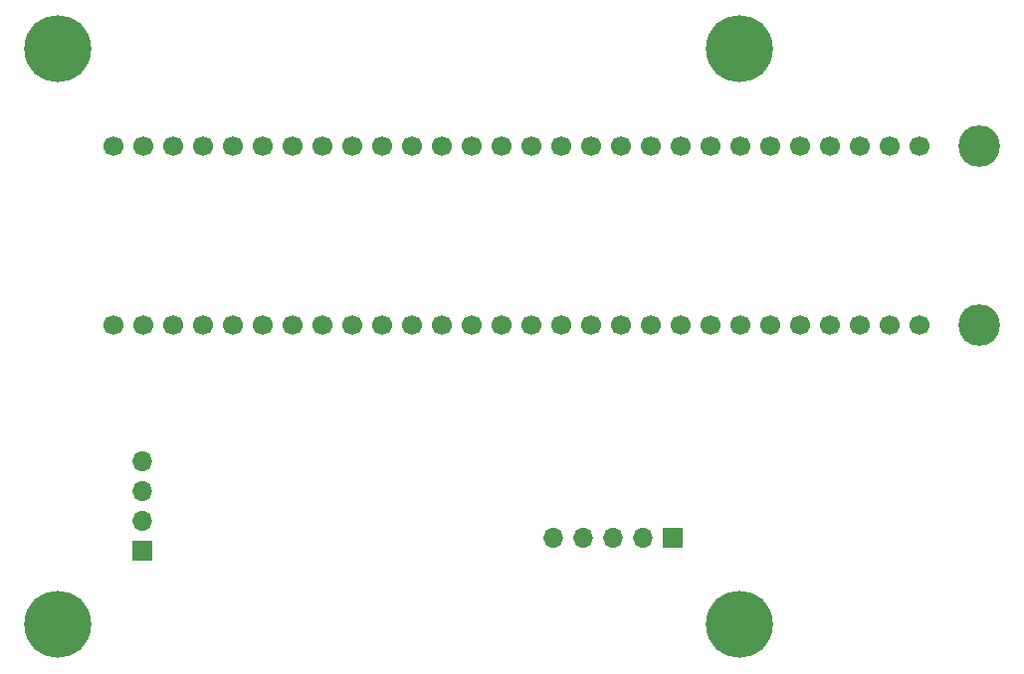
<source format=gbs>
G04 #@! TF.GenerationSoftware,KiCad,Pcbnew,(5.1.5-0-10_14)*
G04 #@! TF.CreationDate,2020-04-21T13:10:17+02:00*
G04 #@! TF.ProjectId,Curiosity_Nano_Full-bridge_module_rev1,43757269-6f73-4697-9479-5f4e616e6f5f,rev?*
G04 #@! TF.SameCoordinates,Original*
G04 #@! TF.FileFunction,Soldermask,Bot*
G04 #@! TF.FilePolarity,Negative*
%FSLAX46Y46*%
G04 Gerber Fmt 4.6, Leading zero omitted, Abs format (unit mm)*
G04 Created by KiCad (PCBNEW (5.1.5-0-10_14)) date 2020-04-21 13:10:17*
%MOMM*%
%LPD*%
G04 APERTURE LIST*
%ADD10C,3.540000*%
%ADD11C,1.700000*%
%ADD12C,5.700000*%
%ADD13R,1.700000X1.700000*%
%ADD14O,1.700000X1.700000*%
G04 APERTURE END LIST*
D10*
X143890000Y-82010000D03*
X143890000Y-66770000D03*
D11*
X70230000Y-82010000D03*
X72770000Y-82010000D03*
X75310000Y-82010000D03*
X77850000Y-82010000D03*
X80390000Y-82010000D03*
X82930000Y-82010000D03*
X85470000Y-82010000D03*
X88010000Y-82010000D03*
X90550000Y-82010000D03*
X93090000Y-82010000D03*
X95630000Y-82010000D03*
X98170000Y-82010000D03*
X100710000Y-82010000D03*
X103250000Y-82010000D03*
X105790000Y-82010000D03*
X108330000Y-82010000D03*
X110870000Y-82010000D03*
X113410000Y-82010000D03*
X115950000Y-82010000D03*
X118490000Y-82010000D03*
X121030000Y-82010000D03*
X123570000Y-82010000D03*
X126110000Y-82010000D03*
X128650000Y-82010000D03*
X131190000Y-82010000D03*
X133730000Y-82010000D03*
X136270000Y-82010000D03*
X138810000Y-82010000D03*
X70230000Y-66770000D03*
X72770000Y-66770000D03*
X75310000Y-66770000D03*
X77850000Y-66770000D03*
X80390000Y-66770000D03*
X82930000Y-66770000D03*
X85470000Y-66770000D03*
X88010000Y-66770000D03*
X90550000Y-66770000D03*
X93090000Y-66770000D03*
X95630000Y-66770000D03*
X98170000Y-66770000D03*
X100710000Y-66770000D03*
X103250000Y-66770000D03*
X105790000Y-66770000D03*
X108330000Y-66770000D03*
X110870000Y-66770000D03*
X113410000Y-66770000D03*
X115950000Y-66770000D03*
X118490000Y-66770000D03*
X121030000Y-66770000D03*
X123570000Y-66770000D03*
X126110000Y-66770000D03*
X128650000Y-66770000D03*
X131190000Y-66770000D03*
X133730000Y-66770000D03*
X136270000Y-66770000D03*
X138810000Y-66770000D03*
D12*
X123500000Y-58500000D03*
X123500000Y-107500000D03*
X65500000Y-58500000D03*
X65500000Y-107500000D03*
D13*
X72650000Y-101190000D03*
D14*
X72650000Y-98650000D03*
X72650000Y-96110000D03*
X72650000Y-93570000D03*
D13*
X117830000Y-100150000D03*
D14*
X115290000Y-100150000D03*
X112750000Y-100150000D03*
X110210000Y-100150000D03*
X107670000Y-100150000D03*
M02*

</source>
